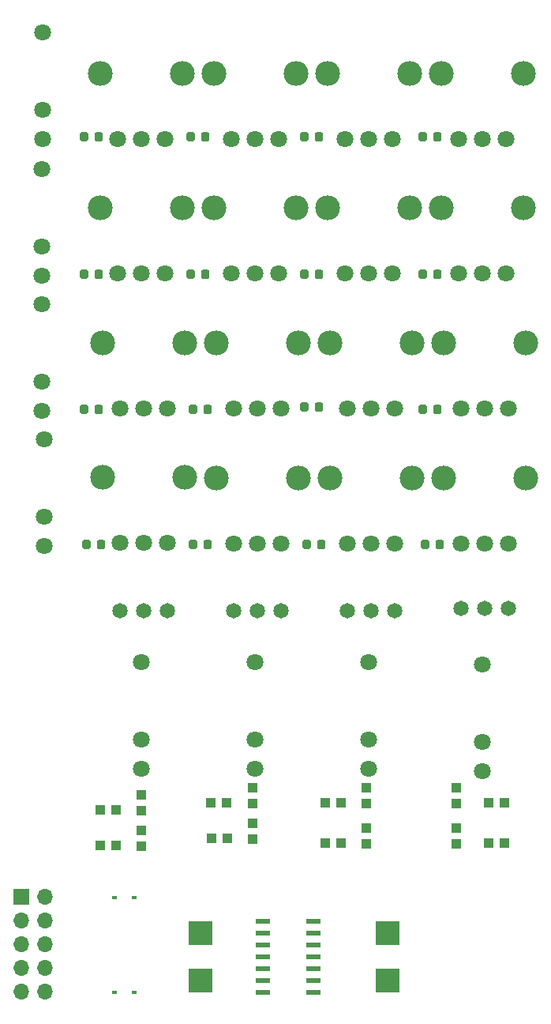
<source format=gbr>
G04 #@! TF.GenerationSoftware,KiCad,Pcbnew,(5.1.2-1)-1*
G04 #@! TF.CreationDate,2019-06-07T14:53:30+02:00*
G04 #@! TF.ProjectId,matrix-mixer-smt,6d617472-6978-42d6-9d69-7865722d736d,rev?*
G04 #@! TF.SameCoordinates,Original*
G04 #@! TF.FileFunction,Soldermask,Top*
G04 #@! TF.FilePolarity,Negative*
%FSLAX46Y46*%
G04 Gerber Fmt 4.6, Leading zero omitted, Abs format (unit mm)*
G04 Created by KiCad (PCBNEW (5.1.2-1)-1) date 2019-06-07 14:53:30*
%MOMM*%
%LPD*%
G04 APERTURE LIST*
%ADD10C,1.800000*%
%ADD11C,1.803400*%
%ADD12C,2.667000*%
%ADD13R,1.700000X1.700000*%
%ADD14O,1.700000X1.700000*%
%ADD15R,2.500000X2.550000*%
%ADD16R,1.500000X0.600000*%
%ADD17C,0.100000*%
%ADD18C,0.875000*%
%ADD19R,1.000000X1.000000*%
%ADD20R,0.600000X0.450000*%
%ADD21C,1.651000*%
G04 APERTURE END LIST*
D10*
X58674000Y-86012000D03*
X58674000Y-97412000D03*
X58674000Y-94312000D03*
D11*
X108712163Y-111660243D03*
X106172163Y-111660243D03*
X103632163Y-111660243D03*
D12*
X101777963Y-104649843D03*
X110566363Y-104649843D03*
X98374363Y-104649843D03*
X89585963Y-104649843D03*
D11*
X91440163Y-111660243D03*
X93980163Y-111660243D03*
X96520163Y-111660243D03*
D12*
X86182363Y-104649843D03*
X77393963Y-104649843D03*
D11*
X79248163Y-111660243D03*
X81788163Y-111660243D03*
X84328163Y-111660243D03*
X72136163Y-111584043D03*
X69596163Y-111584043D03*
X67056163Y-111584043D03*
D12*
X65201963Y-104573643D03*
X73990363Y-104573643D03*
D11*
X108712163Y-97182243D03*
X106172163Y-97182243D03*
X103632163Y-97182243D03*
D12*
X101777963Y-90171843D03*
X110566363Y-90171843D03*
X98374363Y-90171843D03*
X89585963Y-90171843D03*
D11*
X91440163Y-97182243D03*
X93980163Y-97182243D03*
X96520163Y-97182243D03*
D12*
X86182363Y-90171843D03*
X77393963Y-90171843D03*
D11*
X79248163Y-97182243D03*
X81788163Y-97182243D03*
X84328163Y-97182243D03*
X72136163Y-97182243D03*
X69596163Y-97182243D03*
X67056163Y-97182243D03*
D12*
X65201963Y-90171843D03*
X73990363Y-90171843D03*
D11*
X108458163Y-82704243D03*
X105918163Y-82704243D03*
X103378163Y-82704243D03*
D12*
X101523963Y-75693843D03*
X110312363Y-75693843D03*
X98120363Y-75693843D03*
X89331963Y-75693843D03*
D11*
X91186163Y-82704243D03*
X93726163Y-82704243D03*
X96266163Y-82704243D03*
X84074163Y-82704243D03*
X81534163Y-82704243D03*
X78994163Y-82704243D03*
D12*
X77139963Y-75693843D03*
X85928363Y-75693843D03*
X73736363Y-75693843D03*
X64947963Y-75693843D03*
D11*
X66802163Y-82704243D03*
X69342163Y-82704243D03*
X71882163Y-82704243D03*
D12*
X110312363Y-61278414D03*
X101523963Y-61278414D03*
D11*
X103378163Y-68288814D03*
X105918163Y-68288814D03*
X108458163Y-68288814D03*
X96266163Y-68288814D03*
X93726163Y-68288814D03*
X91186163Y-68288814D03*
D12*
X89331963Y-61278414D03*
X98120363Y-61278414D03*
D11*
X84074163Y-68288814D03*
X81534163Y-68288814D03*
X78994163Y-68288814D03*
D12*
X77139963Y-61278414D03*
X85928363Y-61278414D03*
X73736363Y-61278414D03*
X64947963Y-61278414D03*
D11*
X66802163Y-68288814D03*
X69342163Y-68288814D03*
X71882163Y-68288814D03*
D10*
X105918000Y-132920000D03*
X105918000Y-136020000D03*
X105918000Y-124620000D03*
X93726000Y-124366000D03*
X93726000Y-135766000D03*
X93726000Y-132666000D03*
X81534000Y-124366000D03*
X81534000Y-135766000D03*
X81534000Y-132666000D03*
X69342000Y-124366000D03*
X69342000Y-135766000D03*
X69342000Y-132666000D03*
X58928000Y-108790000D03*
X58928000Y-111890000D03*
X58928000Y-100490000D03*
X58674000Y-71534000D03*
X58674000Y-82934000D03*
X58674000Y-79834000D03*
X58748000Y-56890514D03*
X58748000Y-68290514D03*
X58748000Y-65190514D03*
D13*
X56464000Y-149524000D03*
D14*
X59004000Y-149524000D03*
X56464000Y-152064000D03*
X59004000Y-152064000D03*
X56464000Y-154604000D03*
X59004000Y-154604000D03*
X56464000Y-157144000D03*
X59004000Y-157144000D03*
X56464000Y-159684000D03*
X59004000Y-159684000D03*
D15*
X75692000Y-158481000D03*
X75692000Y-153431000D03*
X95758000Y-153431000D03*
X95758000Y-158481000D03*
D16*
X87780000Y-152139000D03*
X87780000Y-153409000D03*
X87780000Y-154679000D03*
X87780000Y-155949000D03*
X87780000Y-157219000D03*
X87780000Y-158489000D03*
X87780000Y-159759000D03*
X82380000Y-159759000D03*
X82380000Y-158489000D03*
X82380000Y-157219000D03*
X82380000Y-155949000D03*
X82380000Y-154679000D03*
X82380000Y-153409000D03*
X82380000Y-152139000D03*
D17*
G36*
X63460691Y-67598053D02*
G01*
X63481926Y-67601203D01*
X63502750Y-67606419D01*
X63522962Y-67613651D01*
X63542368Y-67622830D01*
X63560781Y-67633866D01*
X63578024Y-67646654D01*
X63593930Y-67661070D01*
X63608346Y-67676976D01*
X63621134Y-67694219D01*
X63632170Y-67712632D01*
X63641349Y-67732038D01*
X63648581Y-67752250D01*
X63653797Y-67773074D01*
X63656947Y-67794309D01*
X63658000Y-67815750D01*
X63658000Y-68328250D01*
X63656947Y-68349691D01*
X63653797Y-68370926D01*
X63648581Y-68391750D01*
X63641349Y-68411962D01*
X63632170Y-68431368D01*
X63621134Y-68449781D01*
X63608346Y-68467024D01*
X63593930Y-68482930D01*
X63578024Y-68497346D01*
X63560781Y-68510134D01*
X63542368Y-68521170D01*
X63522962Y-68530349D01*
X63502750Y-68537581D01*
X63481926Y-68542797D01*
X63460691Y-68545947D01*
X63439250Y-68547000D01*
X63001750Y-68547000D01*
X62980309Y-68545947D01*
X62959074Y-68542797D01*
X62938250Y-68537581D01*
X62918038Y-68530349D01*
X62898632Y-68521170D01*
X62880219Y-68510134D01*
X62862976Y-68497346D01*
X62847070Y-68482930D01*
X62832654Y-68467024D01*
X62819866Y-68449781D01*
X62808830Y-68431368D01*
X62799651Y-68411962D01*
X62792419Y-68391750D01*
X62787203Y-68370926D01*
X62784053Y-68349691D01*
X62783000Y-68328250D01*
X62783000Y-67815750D01*
X62784053Y-67794309D01*
X62787203Y-67773074D01*
X62792419Y-67752250D01*
X62799651Y-67732038D01*
X62808830Y-67712632D01*
X62819866Y-67694219D01*
X62832654Y-67676976D01*
X62847070Y-67661070D01*
X62862976Y-67646654D01*
X62880219Y-67633866D01*
X62898632Y-67622830D01*
X62918038Y-67613651D01*
X62938250Y-67606419D01*
X62959074Y-67601203D01*
X62980309Y-67598053D01*
X63001750Y-67597000D01*
X63439250Y-67597000D01*
X63460691Y-67598053D01*
X63460691Y-67598053D01*
G37*
D18*
X63220500Y-68072000D03*
D17*
G36*
X65035691Y-67598053D02*
G01*
X65056926Y-67601203D01*
X65077750Y-67606419D01*
X65097962Y-67613651D01*
X65117368Y-67622830D01*
X65135781Y-67633866D01*
X65153024Y-67646654D01*
X65168930Y-67661070D01*
X65183346Y-67676976D01*
X65196134Y-67694219D01*
X65207170Y-67712632D01*
X65216349Y-67732038D01*
X65223581Y-67752250D01*
X65228797Y-67773074D01*
X65231947Y-67794309D01*
X65233000Y-67815750D01*
X65233000Y-68328250D01*
X65231947Y-68349691D01*
X65228797Y-68370926D01*
X65223581Y-68391750D01*
X65216349Y-68411962D01*
X65207170Y-68431368D01*
X65196134Y-68449781D01*
X65183346Y-68467024D01*
X65168930Y-68482930D01*
X65153024Y-68497346D01*
X65135781Y-68510134D01*
X65117368Y-68521170D01*
X65097962Y-68530349D01*
X65077750Y-68537581D01*
X65056926Y-68542797D01*
X65035691Y-68545947D01*
X65014250Y-68547000D01*
X64576750Y-68547000D01*
X64555309Y-68545947D01*
X64534074Y-68542797D01*
X64513250Y-68537581D01*
X64493038Y-68530349D01*
X64473632Y-68521170D01*
X64455219Y-68510134D01*
X64437976Y-68497346D01*
X64422070Y-68482930D01*
X64407654Y-68467024D01*
X64394866Y-68449781D01*
X64383830Y-68431368D01*
X64374651Y-68411962D01*
X64367419Y-68391750D01*
X64362203Y-68370926D01*
X64359053Y-68349691D01*
X64358000Y-68328250D01*
X64358000Y-67815750D01*
X64359053Y-67794309D01*
X64362203Y-67773074D01*
X64367419Y-67752250D01*
X64374651Y-67732038D01*
X64383830Y-67712632D01*
X64394866Y-67694219D01*
X64407654Y-67676976D01*
X64422070Y-67661070D01*
X64437976Y-67646654D01*
X64455219Y-67633866D01*
X64473632Y-67622830D01*
X64493038Y-67613651D01*
X64513250Y-67606419D01*
X64534074Y-67601203D01*
X64555309Y-67598053D01*
X64576750Y-67597000D01*
X65014250Y-67597000D01*
X65035691Y-67598053D01*
X65035691Y-67598053D01*
G37*
D18*
X64795500Y-68072000D03*
D17*
G36*
X76465691Y-67598053D02*
G01*
X76486926Y-67601203D01*
X76507750Y-67606419D01*
X76527962Y-67613651D01*
X76547368Y-67622830D01*
X76565781Y-67633866D01*
X76583024Y-67646654D01*
X76598930Y-67661070D01*
X76613346Y-67676976D01*
X76626134Y-67694219D01*
X76637170Y-67712632D01*
X76646349Y-67732038D01*
X76653581Y-67752250D01*
X76658797Y-67773074D01*
X76661947Y-67794309D01*
X76663000Y-67815750D01*
X76663000Y-68328250D01*
X76661947Y-68349691D01*
X76658797Y-68370926D01*
X76653581Y-68391750D01*
X76646349Y-68411962D01*
X76637170Y-68431368D01*
X76626134Y-68449781D01*
X76613346Y-68467024D01*
X76598930Y-68482930D01*
X76583024Y-68497346D01*
X76565781Y-68510134D01*
X76547368Y-68521170D01*
X76527962Y-68530349D01*
X76507750Y-68537581D01*
X76486926Y-68542797D01*
X76465691Y-68545947D01*
X76444250Y-68547000D01*
X76006750Y-68547000D01*
X75985309Y-68545947D01*
X75964074Y-68542797D01*
X75943250Y-68537581D01*
X75923038Y-68530349D01*
X75903632Y-68521170D01*
X75885219Y-68510134D01*
X75867976Y-68497346D01*
X75852070Y-68482930D01*
X75837654Y-68467024D01*
X75824866Y-68449781D01*
X75813830Y-68431368D01*
X75804651Y-68411962D01*
X75797419Y-68391750D01*
X75792203Y-68370926D01*
X75789053Y-68349691D01*
X75788000Y-68328250D01*
X75788000Y-67815750D01*
X75789053Y-67794309D01*
X75792203Y-67773074D01*
X75797419Y-67752250D01*
X75804651Y-67732038D01*
X75813830Y-67712632D01*
X75824866Y-67694219D01*
X75837654Y-67676976D01*
X75852070Y-67661070D01*
X75867976Y-67646654D01*
X75885219Y-67633866D01*
X75903632Y-67622830D01*
X75923038Y-67613651D01*
X75943250Y-67606419D01*
X75964074Y-67601203D01*
X75985309Y-67598053D01*
X76006750Y-67597000D01*
X76444250Y-67597000D01*
X76465691Y-67598053D01*
X76465691Y-67598053D01*
G37*
D18*
X76225500Y-68072000D03*
D17*
G36*
X74890691Y-67598053D02*
G01*
X74911926Y-67601203D01*
X74932750Y-67606419D01*
X74952962Y-67613651D01*
X74972368Y-67622830D01*
X74990781Y-67633866D01*
X75008024Y-67646654D01*
X75023930Y-67661070D01*
X75038346Y-67676976D01*
X75051134Y-67694219D01*
X75062170Y-67712632D01*
X75071349Y-67732038D01*
X75078581Y-67752250D01*
X75083797Y-67773074D01*
X75086947Y-67794309D01*
X75088000Y-67815750D01*
X75088000Y-68328250D01*
X75086947Y-68349691D01*
X75083797Y-68370926D01*
X75078581Y-68391750D01*
X75071349Y-68411962D01*
X75062170Y-68431368D01*
X75051134Y-68449781D01*
X75038346Y-68467024D01*
X75023930Y-68482930D01*
X75008024Y-68497346D01*
X74990781Y-68510134D01*
X74972368Y-68521170D01*
X74952962Y-68530349D01*
X74932750Y-68537581D01*
X74911926Y-68542797D01*
X74890691Y-68545947D01*
X74869250Y-68547000D01*
X74431750Y-68547000D01*
X74410309Y-68545947D01*
X74389074Y-68542797D01*
X74368250Y-68537581D01*
X74348038Y-68530349D01*
X74328632Y-68521170D01*
X74310219Y-68510134D01*
X74292976Y-68497346D01*
X74277070Y-68482930D01*
X74262654Y-68467024D01*
X74249866Y-68449781D01*
X74238830Y-68431368D01*
X74229651Y-68411962D01*
X74222419Y-68391750D01*
X74217203Y-68370926D01*
X74214053Y-68349691D01*
X74213000Y-68328250D01*
X74213000Y-67815750D01*
X74214053Y-67794309D01*
X74217203Y-67773074D01*
X74222419Y-67752250D01*
X74229651Y-67732038D01*
X74238830Y-67712632D01*
X74249866Y-67694219D01*
X74262654Y-67676976D01*
X74277070Y-67661070D01*
X74292976Y-67646654D01*
X74310219Y-67633866D01*
X74328632Y-67622830D01*
X74348038Y-67613651D01*
X74368250Y-67606419D01*
X74389074Y-67601203D01*
X74410309Y-67598053D01*
X74431750Y-67597000D01*
X74869250Y-67597000D01*
X74890691Y-67598053D01*
X74890691Y-67598053D01*
G37*
D18*
X74650500Y-68072000D03*
D17*
G36*
X87082691Y-67598053D02*
G01*
X87103926Y-67601203D01*
X87124750Y-67606419D01*
X87144962Y-67613651D01*
X87164368Y-67622830D01*
X87182781Y-67633866D01*
X87200024Y-67646654D01*
X87215930Y-67661070D01*
X87230346Y-67676976D01*
X87243134Y-67694219D01*
X87254170Y-67712632D01*
X87263349Y-67732038D01*
X87270581Y-67752250D01*
X87275797Y-67773074D01*
X87278947Y-67794309D01*
X87280000Y-67815750D01*
X87280000Y-68328250D01*
X87278947Y-68349691D01*
X87275797Y-68370926D01*
X87270581Y-68391750D01*
X87263349Y-68411962D01*
X87254170Y-68431368D01*
X87243134Y-68449781D01*
X87230346Y-68467024D01*
X87215930Y-68482930D01*
X87200024Y-68497346D01*
X87182781Y-68510134D01*
X87164368Y-68521170D01*
X87144962Y-68530349D01*
X87124750Y-68537581D01*
X87103926Y-68542797D01*
X87082691Y-68545947D01*
X87061250Y-68547000D01*
X86623750Y-68547000D01*
X86602309Y-68545947D01*
X86581074Y-68542797D01*
X86560250Y-68537581D01*
X86540038Y-68530349D01*
X86520632Y-68521170D01*
X86502219Y-68510134D01*
X86484976Y-68497346D01*
X86469070Y-68482930D01*
X86454654Y-68467024D01*
X86441866Y-68449781D01*
X86430830Y-68431368D01*
X86421651Y-68411962D01*
X86414419Y-68391750D01*
X86409203Y-68370926D01*
X86406053Y-68349691D01*
X86405000Y-68328250D01*
X86405000Y-67815750D01*
X86406053Y-67794309D01*
X86409203Y-67773074D01*
X86414419Y-67752250D01*
X86421651Y-67732038D01*
X86430830Y-67712632D01*
X86441866Y-67694219D01*
X86454654Y-67676976D01*
X86469070Y-67661070D01*
X86484976Y-67646654D01*
X86502219Y-67633866D01*
X86520632Y-67622830D01*
X86540038Y-67613651D01*
X86560250Y-67606419D01*
X86581074Y-67601203D01*
X86602309Y-67598053D01*
X86623750Y-67597000D01*
X87061250Y-67597000D01*
X87082691Y-67598053D01*
X87082691Y-67598053D01*
G37*
D18*
X86842500Y-68072000D03*
D17*
G36*
X88657691Y-67598053D02*
G01*
X88678926Y-67601203D01*
X88699750Y-67606419D01*
X88719962Y-67613651D01*
X88739368Y-67622830D01*
X88757781Y-67633866D01*
X88775024Y-67646654D01*
X88790930Y-67661070D01*
X88805346Y-67676976D01*
X88818134Y-67694219D01*
X88829170Y-67712632D01*
X88838349Y-67732038D01*
X88845581Y-67752250D01*
X88850797Y-67773074D01*
X88853947Y-67794309D01*
X88855000Y-67815750D01*
X88855000Y-68328250D01*
X88853947Y-68349691D01*
X88850797Y-68370926D01*
X88845581Y-68391750D01*
X88838349Y-68411962D01*
X88829170Y-68431368D01*
X88818134Y-68449781D01*
X88805346Y-68467024D01*
X88790930Y-68482930D01*
X88775024Y-68497346D01*
X88757781Y-68510134D01*
X88739368Y-68521170D01*
X88719962Y-68530349D01*
X88699750Y-68537581D01*
X88678926Y-68542797D01*
X88657691Y-68545947D01*
X88636250Y-68547000D01*
X88198750Y-68547000D01*
X88177309Y-68545947D01*
X88156074Y-68542797D01*
X88135250Y-68537581D01*
X88115038Y-68530349D01*
X88095632Y-68521170D01*
X88077219Y-68510134D01*
X88059976Y-68497346D01*
X88044070Y-68482930D01*
X88029654Y-68467024D01*
X88016866Y-68449781D01*
X88005830Y-68431368D01*
X87996651Y-68411962D01*
X87989419Y-68391750D01*
X87984203Y-68370926D01*
X87981053Y-68349691D01*
X87980000Y-68328250D01*
X87980000Y-67815750D01*
X87981053Y-67794309D01*
X87984203Y-67773074D01*
X87989419Y-67752250D01*
X87996651Y-67732038D01*
X88005830Y-67712632D01*
X88016866Y-67694219D01*
X88029654Y-67676976D01*
X88044070Y-67661070D01*
X88059976Y-67646654D01*
X88077219Y-67633866D01*
X88095632Y-67622830D01*
X88115038Y-67613651D01*
X88135250Y-67606419D01*
X88156074Y-67601203D01*
X88177309Y-67598053D01*
X88198750Y-67597000D01*
X88636250Y-67597000D01*
X88657691Y-67598053D01*
X88657691Y-67598053D01*
G37*
D18*
X88417500Y-68072000D03*
D17*
G36*
X101357691Y-67598053D02*
G01*
X101378926Y-67601203D01*
X101399750Y-67606419D01*
X101419962Y-67613651D01*
X101439368Y-67622830D01*
X101457781Y-67633866D01*
X101475024Y-67646654D01*
X101490930Y-67661070D01*
X101505346Y-67676976D01*
X101518134Y-67694219D01*
X101529170Y-67712632D01*
X101538349Y-67732038D01*
X101545581Y-67752250D01*
X101550797Y-67773074D01*
X101553947Y-67794309D01*
X101555000Y-67815750D01*
X101555000Y-68328250D01*
X101553947Y-68349691D01*
X101550797Y-68370926D01*
X101545581Y-68391750D01*
X101538349Y-68411962D01*
X101529170Y-68431368D01*
X101518134Y-68449781D01*
X101505346Y-68467024D01*
X101490930Y-68482930D01*
X101475024Y-68497346D01*
X101457781Y-68510134D01*
X101439368Y-68521170D01*
X101419962Y-68530349D01*
X101399750Y-68537581D01*
X101378926Y-68542797D01*
X101357691Y-68545947D01*
X101336250Y-68547000D01*
X100898750Y-68547000D01*
X100877309Y-68545947D01*
X100856074Y-68542797D01*
X100835250Y-68537581D01*
X100815038Y-68530349D01*
X100795632Y-68521170D01*
X100777219Y-68510134D01*
X100759976Y-68497346D01*
X100744070Y-68482930D01*
X100729654Y-68467024D01*
X100716866Y-68449781D01*
X100705830Y-68431368D01*
X100696651Y-68411962D01*
X100689419Y-68391750D01*
X100684203Y-68370926D01*
X100681053Y-68349691D01*
X100680000Y-68328250D01*
X100680000Y-67815750D01*
X100681053Y-67794309D01*
X100684203Y-67773074D01*
X100689419Y-67752250D01*
X100696651Y-67732038D01*
X100705830Y-67712632D01*
X100716866Y-67694219D01*
X100729654Y-67676976D01*
X100744070Y-67661070D01*
X100759976Y-67646654D01*
X100777219Y-67633866D01*
X100795632Y-67622830D01*
X100815038Y-67613651D01*
X100835250Y-67606419D01*
X100856074Y-67601203D01*
X100877309Y-67598053D01*
X100898750Y-67597000D01*
X101336250Y-67597000D01*
X101357691Y-67598053D01*
X101357691Y-67598053D01*
G37*
D18*
X101117500Y-68072000D03*
D17*
G36*
X99782691Y-67598053D02*
G01*
X99803926Y-67601203D01*
X99824750Y-67606419D01*
X99844962Y-67613651D01*
X99864368Y-67622830D01*
X99882781Y-67633866D01*
X99900024Y-67646654D01*
X99915930Y-67661070D01*
X99930346Y-67676976D01*
X99943134Y-67694219D01*
X99954170Y-67712632D01*
X99963349Y-67732038D01*
X99970581Y-67752250D01*
X99975797Y-67773074D01*
X99978947Y-67794309D01*
X99980000Y-67815750D01*
X99980000Y-68328250D01*
X99978947Y-68349691D01*
X99975797Y-68370926D01*
X99970581Y-68391750D01*
X99963349Y-68411962D01*
X99954170Y-68431368D01*
X99943134Y-68449781D01*
X99930346Y-68467024D01*
X99915930Y-68482930D01*
X99900024Y-68497346D01*
X99882781Y-68510134D01*
X99864368Y-68521170D01*
X99844962Y-68530349D01*
X99824750Y-68537581D01*
X99803926Y-68542797D01*
X99782691Y-68545947D01*
X99761250Y-68547000D01*
X99323750Y-68547000D01*
X99302309Y-68545947D01*
X99281074Y-68542797D01*
X99260250Y-68537581D01*
X99240038Y-68530349D01*
X99220632Y-68521170D01*
X99202219Y-68510134D01*
X99184976Y-68497346D01*
X99169070Y-68482930D01*
X99154654Y-68467024D01*
X99141866Y-68449781D01*
X99130830Y-68431368D01*
X99121651Y-68411962D01*
X99114419Y-68391750D01*
X99109203Y-68370926D01*
X99106053Y-68349691D01*
X99105000Y-68328250D01*
X99105000Y-67815750D01*
X99106053Y-67794309D01*
X99109203Y-67773074D01*
X99114419Y-67752250D01*
X99121651Y-67732038D01*
X99130830Y-67712632D01*
X99141866Y-67694219D01*
X99154654Y-67676976D01*
X99169070Y-67661070D01*
X99184976Y-67646654D01*
X99202219Y-67633866D01*
X99220632Y-67622830D01*
X99240038Y-67613651D01*
X99260250Y-67606419D01*
X99281074Y-67601203D01*
X99302309Y-67598053D01*
X99323750Y-67597000D01*
X99761250Y-67597000D01*
X99782691Y-67598053D01*
X99782691Y-67598053D01*
G37*
D18*
X99542500Y-68072000D03*
D17*
G36*
X65035691Y-82330053D02*
G01*
X65056926Y-82333203D01*
X65077750Y-82338419D01*
X65097962Y-82345651D01*
X65117368Y-82354830D01*
X65135781Y-82365866D01*
X65153024Y-82378654D01*
X65168930Y-82393070D01*
X65183346Y-82408976D01*
X65196134Y-82426219D01*
X65207170Y-82444632D01*
X65216349Y-82464038D01*
X65223581Y-82484250D01*
X65228797Y-82505074D01*
X65231947Y-82526309D01*
X65233000Y-82547750D01*
X65233000Y-83060250D01*
X65231947Y-83081691D01*
X65228797Y-83102926D01*
X65223581Y-83123750D01*
X65216349Y-83143962D01*
X65207170Y-83163368D01*
X65196134Y-83181781D01*
X65183346Y-83199024D01*
X65168930Y-83214930D01*
X65153024Y-83229346D01*
X65135781Y-83242134D01*
X65117368Y-83253170D01*
X65097962Y-83262349D01*
X65077750Y-83269581D01*
X65056926Y-83274797D01*
X65035691Y-83277947D01*
X65014250Y-83279000D01*
X64576750Y-83279000D01*
X64555309Y-83277947D01*
X64534074Y-83274797D01*
X64513250Y-83269581D01*
X64493038Y-83262349D01*
X64473632Y-83253170D01*
X64455219Y-83242134D01*
X64437976Y-83229346D01*
X64422070Y-83214930D01*
X64407654Y-83199024D01*
X64394866Y-83181781D01*
X64383830Y-83163368D01*
X64374651Y-83143962D01*
X64367419Y-83123750D01*
X64362203Y-83102926D01*
X64359053Y-83081691D01*
X64358000Y-83060250D01*
X64358000Y-82547750D01*
X64359053Y-82526309D01*
X64362203Y-82505074D01*
X64367419Y-82484250D01*
X64374651Y-82464038D01*
X64383830Y-82444632D01*
X64394866Y-82426219D01*
X64407654Y-82408976D01*
X64422070Y-82393070D01*
X64437976Y-82378654D01*
X64455219Y-82365866D01*
X64473632Y-82354830D01*
X64493038Y-82345651D01*
X64513250Y-82338419D01*
X64534074Y-82333203D01*
X64555309Y-82330053D01*
X64576750Y-82329000D01*
X65014250Y-82329000D01*
X65035691Y-82330053D01*
X65035691Y-82330053D01*
G37*
D18*
X64795500Y-82804000D03*
D17*
G36*
X63460691Y-82330053D02*
G01*
X63481926Y-82333203D01*
X63502750Y-82338419D01*
X63522962Y-82345651D01*
X63542368Y-82354830D01*
X63560781Y-82365866D01*
X63578024Y-82378654D01*
X63593930Y-82393070D01*
X63608346Y-82408976D01*
X63621134Y-82426219D01*
X63632170Y-82444632D01*
X63641349Y-82464038D01*
X63648581Y-82484250D01*
X63653797Y-82505074D01*
X63656947Y-82526309D01*
X63658000Y-82547750D01*
X63658000Y-83060250D01*
X63656947Y-83081691D01*
X63653797Y-83102926D01*
X63648581Y-83123750D01*
X63641349Y-83143962D01*
X63632170Y-83163368D01*
X63621134Y-83181781D01*
X63608346Y-83199024D01*
X63593930Y-83214930D01*
X63578024Y-83229346D01*
X63560781Y-83242134D01*
X63542368Y-83253170D01*
X63522962Y-83262349D01*
X63502750Y-83269581D01*
X63481926Y-83274797D01*
X63460691Y-83277947D01*
X63439250Y-83279000D01*
X63001750Y-83279000D01*
X62980309Y-83277947D01*
X62959074Y-83274797D01*
X62938250Y-83269581D01*
X62918038Y-83262349D01*
X62898632Y-83253170D01*
X62880219Y-83242134D01*
X62862976Y-83229346D01*
X62847070Y-83214930D01*
X62832654Y-83199024D01*
X62819866Y-83181781D01*
X62808830Y-83163368D01*
X62799651Y-83143962D01*
X62792419Y-83123750D01*
X62787203Y-83102926D01*
X62784053Y-83081691D01*
X62783000Y-83060250D01*
X62783000Y-82547750D01*
X62784053Y-82526309D01*
X62787203Y-82505074D01*
X62792419Y-82484250D01*
X62799651Y-82464038D01*
X62808830Y-82444632D01*
X62819866Y-82426219D01*
X62832654Y-82408976D01*
X62847070Y-82393070D01*
X62862976Y-82378654D01*
X62880219Y-82365866D01*
X62898632Y-82354830D01*
X62918038Y-82345651D01*
X62938250Y-82338419D01*
X62959074Y-82333203D01*
X62980309Y-82330053D01*
X63001750Y-82329000D01*
X63439250Y-82329000D01*
X63460691Y-82330053D01*
X63460691Y-82330053D01*
G37*
D18*
X63220500Y-82804000D03*
D17*
G36*
X74890691Y-82330053D02*
G01*
X74911926Y-82333203D01*
X74932750Y-82338419D01*
X74952962Y-82345651D01*
X74972368Y-82354830D01*
X74990781Y-82365866D01*
X75008024Y-82378654D01*
X75023930Y-82393070D01*
X75038346Y-82408976D01*
X75051134Y-82426219D01*
X75062170Y-82444632D01*
X75071349Y-82464038D01*
X75078581Y-82484250D01*
X75083797Y-82505074D01*
X75086947Y-82526309D01*
X75088000Y-82547750D01*
X75088000Y-83060250D01*
X75086947Y-83081691D01*
X75083797Y-83102926D01*
X75078581Y-83123750D01*
X75071349Y-83143962D01*
X75062170Y-83163368D01*
X75051134Y-83181781D01*
X75038346Y-83199024D01*
X75023930Y-83214930D01*
X75008024Y-83229346D01*
X74990781Y-83242134D01*
X74972368Y-83253170D01*
X74952962Y-83262349D01*
X74932750Y-83269581D01*
X74911926Y-83274797D01*
X74890691Y-83277947D01*
X74869250Y-83279000D01*
X74431750Y-83279000D01*
X74410309Y-83277947D01*
X74389074Y-83274797D01*
X74368250Y-83269581D01*
X74348038Y-83262349D01*
X74328632Y-83253170D01*
X74310219Y-83242134D01*
X74292976Y-83229346D01*
X74277070Y-83214930D01*
X74262654Y-83199024D01*
X74249866Y-83181781D01*
X74238830Y-83163368D01*
X74229651Y-83143962D01*
X74222419Y-83123750D01*
X74217203Y-83102926D01*
X74214053Y-83081691D01*
X74213000Y-83060250D01*
X74213000Y-82547750D01*
X74214053Y-82526309D01*
X74217203Y-82505074D01*
X74222419Y-82484250D01*
X74229651Y-82464038D01*
X74238830Y-82444632D01*
X74249866Y-82426219D01*
X74262654Y-82408976D01*
X74277070Y-82393070D01*
X74292976Y-82378654D01*
X74310219Y-82365866D01*
X74328632Y-82354830D01*
X74348038Y-82345651D01*
X74368250Y-82338419D01*
X74389074Y-82333203D01*
X74410309Y-82330053D01*
X74431750Y-82329000D01*
X74869250Y-82329000D01*
X74890691Y-82330053D01*
X74890691Y-82330053D01*
G37*
D18*
X74650500Y-82804000D03*
D17*
G36*
X76465691Y-82330053D02*
G01*
X76486926Y-82333203D01*
X76507750Y-82338419D01*
X76527962Y-82345651D01*
X76547368Y-82354830D01*
X76565781Y-82365866D01*
X76583024Y-82378654D01*
X76598930Y-82393070D01*
X76613346Y-82408976D01*
X76626134Y-82426219D01*
X76637170Y-82444632D01*
X76646349Y-82464038D01*
X76653581Y-82484250D01*
X76658797Y-82505074D01*
X76661947Y-82526309D01*
X76663000Y-82547750D01*
X76663000Y-83060250D01*
X76661947Y-83081691D01*
X76658797Y-83102926D01*
X76653581Y-83123750D01*
X76646349Y-83143962D01*
X76637170Y-83163368D01*
X76626134Y-83181781D01*
X76613346Y-83199024D01*
X76598930Y-83214930D01*
X76583024Y-83229346D01*
X76565781Y-83242134D01*
X76547368Y-83253170D01*
X76527962Y-83262349D01*
X76507750Y-83269581D01*
X76486926Y-83274797D01*
X76465691Y-83277947D01*
X76444250Y-83279000D01*
X76006750Y-83279000D01*
X75985309Y-83277947D01*
X75964074Y-83274797D01*
X75943250Y-83269581D01*
X75923038Y-83262349D01*
X75903632Y-83253170D01*
X75885219Y-83242134D01*
X75867976Y-83229346D01*
X75852070Y-83214930D01*
X75837654Y-83199024D01*
X75824866Y-83181781D01*
X75813830Y-83163368D01*
X75804651Y-83143962D01*
X75797419Y-83123750D01*
X75792203Y-83102926D01*
X75789053Y-83081691D01*
X75788000Y-83060250D01*
X75788000Y-82547750D01*
X75789053Y-82526309D01*
X75792203Y-82505074D01*
X75797419Y-82484250D01*
X75804651Y-82464038D01*
X75813830Y-82444632D01*
X75824866Y-82426219D01*
X75837654Y-82408976D01*
X75852070Y-82393070D01*
X75867976Y-82378654D01*
X75885219Y-82365866D01*
X75903632Y-82354830D01*
X75923038Y-82345651D01*
X75943250Y-82338419D01*
X75964074Y-82333203D01*
X75985309Y-82330053D01*
X76006750Y-82329000D01*
X76444250Y-82329000D01*
X76465691Y-82330053D01*
X76465691Y-82330053D01*
G37*
D18*
X76225500Y-82804000D03*
D17*
G36*
X87082691Y-82330053D02*
G01*
X87103926Y-82333203D01*
X87124750Y-82338419D01*
X87144962Y-82345651D01*
X87164368Y-82354830D01*
X87182781Y-82365866D01*
X87200024Y-82378654D01*
X87215930Y-82393070D01*
X87230346Y-82408976D01*
X87243134Y-82426219D01*
X87254170Y-82444632D01*
X87263349Y-82464038D01*
X87270581Y-82484250D01*
X87275797Y-82505074D01*
X87278947Y-82526309D01*
X87280000Y-82547750D01*
X87280000Y-83060250D01*
X87278947Y-83081691D01*
X87275797Y-83102926D01*
X87270581Y-83123750D01*
X87263349Y-83143962D01*
X87254170Y-83163368D01*
X87243134Y-83181781D01*
X87230346Y-83199024D01*
X87215930Y-83214930D01*
X87200024Y-83229346D01*
X87182781Y-83242134D01*
X87164368Y-83253170D01*
X87144962Y-83262349D01*
X87124750Y-83269581D01*
X87103926Y-83274797D01*
X87082691Y-83277947D01*
X87061250Y-83279000D01*
X86623750Y-83279000D01*
X86602309Y-83277947D01*
X86581074Y-83274797D01*
X86560250Y-83269581D01*
X86540038Y-83262349D01*
X86520632Y-83253170D01*
X86502219Y-83242134D01*
X86484976Y-83229346D01*
X86469070Y-83214930D01*
X86454654Y-83199024D01*
X86441866Y-83181781D01*
X86430830Y-83163368D01*
X86421651Y-83143962D01*
X86414419Y-83123750D01*
X86409203Y-83102926D01*
X86406053Y-83081691D01*
X86405000Y-83060250D01*
X86405000Y-82547750D01*
X86406053Y-82526309D01*
X86409203Y-82505074D01*
X86414419Y-82484250D01*
X86421651Y-82464038D01*
X86430830Y-82444632D01*
X86441866Y-82426219D01*
X86454654Y-82408976D01*
X86469070Y-82393070D01*
X86484976Y-82378654D01*
X86502219Y-82365866D01*
X86520632Y-82354830D01*
X86540038Y-82345651D01*
X86560250Y-82338419D01*
X86581074Y-82333203D01*
X86602309Y-82330053D01*
X86623750Y-82329000D01*
X87061250Y-82329000D01*
X87082691Y-82330053D01*
X87082691Y-82330053D01*
G37*
D18*
X86842500Y-82804000D03*
D17*
G36*
X88657691Y-82330053D02*
G01*
X88678926Y-82333203D01*
X88699750Y-82338419D01*
X88719962Y-82345651D01*
X88739368Y-82354830D01*
X88757781Y-82365866D01*
X88775024Y-82378654D01*
X88790930Y-82393070D01*
X88805346Y-82408976D01*
X88818134Y-82426219D01*
X88829170Y-82444632D01*
X88838349Y-82464038D01*
X88845581Y-82484250D01*
X88850797Y-82505074D01*
X88853947Y-82526309D01*
X88855000Y-82547750D01*
X88855000Y-83060250D01*
X88853947Y-83081691D01*
X88850797Y-83102926D01*
X88845581Y-83123750D01*
X88838349Y-83143962D01*
X88829170Y-83163368D01*
X88818134Y-83181781D01*
X88805346Y-83199024D01*
X88790930Y-83214930D01*
X88775024Y-83229346D01*
X88757781Y-83242134D01*
X88739368Y-83253170D01*
X88719962Y-83262349D01*
X88699750Y-83269581D01*
X88678926Y-83274797D01*
X88657691Y-83277947D01*
X88636250Y-83279000D01*
X88198750Y-83279000D01*
X88177309Y-83277947D01*
X88156074Y-83274797D01*
X88135250Y-83269581D01*
X88115038Y-83262349D01*
X88095632Y-83253170D01*
X88077219Y-83242134D01*
X88059976Y-83229346D01*
X88044070Y-83214930D01*
X88029654Y-83199024D01*
X88016866Y-83181781D01*
X88005830Y-83163368D01*
X87996651Y-83143962D01*
X87989419Y-83123750D01*
X87984203Y-83102926D01*
X87981053Y-83081691D01*
X87980000Y-83060250D01*
X87980000Y-82547750D01*
X87981053Y-82526309D01*
X87984203Y-82505074D01*
X87989419Y-82484250D01*
X87996651Y-82464038D01*
X88005830Y-82444632D01*
X88016866Y-82426219D01*
X88029654Y-82408976D01*
X88044070Y-82393070D01*
X88059976Y-82378654D01*
X88077219Y-82365866D01*
X88095632Y-82354830D01*
X88115038Y-82345651D01*
X88135250Y-82338419D01*
X88156074Y-82333203D01*
X88177309Y-82330053D01*
X88198750Y-82329000D01*
X88636250Y-82329000D01*
X88657691Y-82330053D01*
X88657691Y-82330053D01*
G37*
D18*
X88417500Y-82804000D03*
D17*
G36*
X101357691Y-82330053D02*
G01*
X101378926Y-82333203D01*
X101399750Y-82338419D01*
X101419962Y-82345651D01*
X101439368Y-82354830D01*
X101457781Y-82365866D01*
X101475024Y-82378654D01*
X101490930Y-82393070D01*
X101505346Y-82408976D01*
X101518134Y-82426219D01*
X101529170Y-82444632D01*
X101538349Y-82464038D01*
X101545581Y-82484250D01*
X101550797Y-82505074D01*
X101553947Y-82526309D01*
X101555000Y-82547750D01*
X101555000Y-83060250D01*
X101553947Y-83081691D01*
X101550797Y-83102926D01*
X101545581Y-83123750D01*
X101538349Y-83143962D01*
X101529170Y-83163368D01*
X101518134Y-83181781D01*
X101505346Y-83199024D01*
X101490930Y-83214930D01*
X101475024Y-83229346D01*
X101457781Y-83242134D01*
X101439368Y-83253170D01*
X101419962Y-83262349D01*
X101399750Y-83269581D01*
X101378926Y-83274797D01*
X101357691Y-83277947D01*
X101336250Y-83279000D01*
X100898750Y-83279000D01*
X100877309Y-83277947D01*
X100856074Y-83274797D01*
X100835250Y-83269581D01*
X100815038Y-83262349D01*
X100795632Y-83253170D01*
X100777219Y-83242134D01*
X100759976Y-83229346D01*
X100744070Y-83214930D01*
X100729654Y-83199024D01*
X100716866Y-83181781D01*
X100705830Y-83163368D01*
X100696651Y-83143962D01*
X100689419Y-83123750D01*
X100684203Y-83102926D01*
X100681053Y-83081691D01*
X100680000Y-83060250D01*
X100680000Y-82547750D01*
X100681053Y-82526309D01*
X100684203Y-82505074D01*
X100689419Y-82484250D01*
X100696651Y-82464038D01*
X100705830Y-82444632D01*
X100716866Y-82426219D01*
X100729654Y-82408976D01*
X100744070Y-82393070D01*
X100759976Y-82378654D01*
X100777219Y-82365866D01*
X100795632Y-82354830D01*
X100815038Y-82345651D01*
X100835250Y-82338419D01*
X100856074Y-82333203D01*
X100877309Y-82330053D01*
X100898750Y-82329000D01*
X101336250Y-82329000D01*
X101357691Y-82330053D01*
X101357691Y-82330053D01*
G37*
D18*
X101117500Y-82804000D03*
D17*
G36*
X99782691Y-82330053D02*
G01*
X99803926Y-82333203D01*
X99824750Y-82338419D01*
X99844962Y-82345651D01*
X99864368Y-82354830D01*
X99882781Y-82365866D01*
X99900024Y-82378654D01*
X99915930Y-82393070D01*
X99930346Y-82408976D01*
X99943134Y-82426219D01*
X99954170Y-82444632D01*
X99963349Y-82464038D01*
X99970581Y-82484250D01*
X99975797Y-82505074D01*
X99978947Y-82526309D01*
X99980000Y-82547750D01*
X99980000Y-83060250D01*
X99978947Y-83081691D01*
X99975797Y-83102926D01*
X99970581Y-83123750D01*
X99963349Y-83143962D01*
X99954170Y-83163368D01*
X99943134Y-83181781D01*
X99930346Y-83199024D01*
X99915930Y-83214930D01*
X99900024Y-83229346D01*
X99882781Y-83242134D01*
X99864368Y-83253170D01*
X99844962Y-83262349D01*
X99824750Y-83269581D01*
X99803926Y-83274797D01*
X99782691Y-83277947D01*
X99761250Y-83279000D01*
X99323750Y-83279000D01*
X99302309Y-83277947D01*
X99281074Y-83274797D01*
X99260250Y-83269581D01*
X99240038Y-83262349D01*
X99220632Y-83253170D01*
X99202219Y-83242134D01*
X99184976Y-83229346D01*
X99169070Y-83214930D01*
X99154654Y-83199024D01*
X99141866Y-83181781D01*
X99130830Y-83163368D01*
X99121651Y-83143962D01*
X99114419Y-83123750D01*
X99109203Y-83102926D01*
X99106053Y-83081691D01*
X99105000Y-83060250D01*
X99105000Y-82547750D01*
X99106053Y-82526309D01*
X99109203Y-82505074D01*
X99114419Y-82484250D01*
X99121651Y-82464038D01*
X99130830Y-82444632D01*
X99141866Y-82426219D01*
X99154654Y-82408976D01*
X99169070Y-82393070D01*
X99184976Y-82378654D01*
X99202219Y-82365866D01*
X99220632Y-82354830D01*
X99240038Y-82345651D01*
X99260250Y-82338419D01*
X99281074Y-82333203D01*
X99302309Y-82330053D01*
X99323750Y-82329000D01*
X99761250Y-82329000D01*
X99782691Y-82330053D01*
X99782691Y-82330053D01*
G37*
D18*
X99542500Y-82804000D03*
D17*
G36*
X63460691Y-96808053D02*
G01*
X63481926Y-96811203D01*
X63502750Y-96816419D01*
X63522962Y-96823651D01*
X63542368Y-96832830D01*
X63560781Y-96843866D01*
X63578024Y-96856654D01*
X63593930Y-96871070D01*
X63608346Y-96886976D01*
X63621134Y-96904219D01*
X63632170Y-96922632D01*
X63641349Y-96942038D01*
X63648581Y-96962250D01*
X63653797Y-96983074D01*
X63656947Y-97004309D01*
X63658000Y-97025750D01*
X63658000Y-97538250D01*
X63656947Y-97559691D01*
X63653797Y-97580926D01*
X63648581Y-97601750D01*
X63641349Y-97621962D01*
X63632170Y-97641368D01*
X63621134Y-97659781D01*
X63608346Y-97677024D01*
X63593930Y-97692930D01*
X63578024Y-97707346D01*
X63560781Y-97720134D01*
X63542368Y-97731170D01*
X63522962Y-97740349D01*
X63502750Y-97747581D01*
X63481926Y-97752797D01*
X63460691Y-97755947D01*
X63439250Y-97757000D01*
X63001750Y-97757000D01*
X62980309Y-97755947D01*
X62959074Y-97752797D01*
X62938250Y-97747581D01*
X62918038Y-97740349D01*
X62898632Y-97731170D01*
X62880219Y-97720134D01*
X62862976Y-97707346D01*
X62847070Y-97692930D01*
X62832654Y-97677024D01*
X62819866Y-97659781D01*
X62808830Y-97641368D01*
X62799651Y-97621962D01*
X62792419Y-97601750D01*
X62787203Y-97580926D01*
X62784053Y-97559691D01*
X62783000Y-97538250D01*
X62783000Y-97025750D01*
X62784053Y-97004309D01*
X62787203Y-96983074D01*
X62792419Y-96962250D01*
X62799651Y-96942038D01*
X62808830Y-96922632D01*
X62819866Y-96904219D01*
X62832654Y-96886976D01*
X62847070Y-96871070D01*
X62862976Y-96856654D01*
X62880219Y-96843866D01*
X62898632Y-96832830D01*
X62918038Y-96823651D01*
X62938250Y-96816419D01*
X62959074Y-96811203D01*
X62980309Y-96808053D01*
X63001750Y-96807000D01*
X63439250Y-96807000D01*
X63460691Y-96808053D01*
X63460691Y-96808053D01*
G37*
D18*
X63220500Y-97282000D03*
D17*
G36*
X65035691Y-96808053D02*
G01*
X65056926Y-96811203D01*
X65077750Y-96816419D01*
X65097962Y-96823651D01*
X65117368Y-96832830D01*
X65135781Y-96843866D01*
X65153024Y-96856654D01*
X65168930Y-96871070D01*
X65183346Y-96886976D01*
X65196134Y-96904219D01*
X65207170Y-96922632D01*
X65216349Y-96942038D01*
X65223581Y-96962250D01*
X65228797Y-96983074D01*
X65231947Y-97004309D01*
X65233000Y-97025750D01*
X65233000Y-97538250D01*
X65231947Y-97559691D01*
X65228797Y-97580926D01*
X65223581Y-97601750D01*
X65216349Y-97621962D01*
X65207170Y-97641368D01*
X65196134Y-97659781D01*
X65183346Y-97677024D01*
X65168930Y-97692930D01*
X65153024Y-97707346D01*
X65135781Y-97720134D01*
X65117368Y-97731170D01*
X65097962Y-97740349D01*
X65077750Y-97747581D01*
X65056926Y-97752797D01*
X65035691Y-97755947D01*
X65014250Y-97757000D01*
X64576750Y-97757000D01*
X64555309Y-97755947D01*
X64534074Y-97752797D01*
X64513250Y-97747581D01*
X64493038Y-97740349D01*
X64473632Y-97731170D01*
X64455219Y-97720134D01*
X64437976Y-97707346D01*
X64422070Y-97692930D01*
X64407654Y-97677024D01*
X64394866Y-97659781D01*
X64383830Y-97641368D01*
X64374651Y-97621962D01*
X64367419Y-97601750D01*
X64362203Y-97580926D01*
X64359053Y-97559691D01*
X64358000Y-97538250D01*
X64358000Y-97025750D01*
X64359053Y-97004309D01*
X64362203Y-96983074D01*
X64367419Y-96962250D01*
X64374651Y-96942038D01*
X64383830Y-96922632D01*
X64394866Y-96904219D01*
X64407654Y-96886976D01*
X64422070Y-96871070D01*
X64437976Y-96856654D01*
X64455219Y-96843866D01*
X64473632Y-96832830D01*
X64493038Y-96823651D01*
X64513250Y-96816419D01*
X64534074Y-96811203D01*
X64555309Y-96808053D01*
X64576750Y-96807000D01*
X65014250Y-96807000D01*
X65035691Y-96808053D01*
X65035691Y-96808053D01*
G37*
D18*
X64795500Y-97282000D03*
D17*
G36*
X76719691Y-96808053D02*
G01*
X76740926Y-96811203D01*
X76761750Y-96816419D01*
X76781962Y-96823651D01*
X76801368Y-96832830D01*
X76819781Y-96843866D01*
X76837024Y-96856654D01*
X76852930Y-96871070D01*
X76867346Y-96886976D01*
X76880134Y-96904219D01*
X76891170Y-96922632D01*
X76900349Y-96942038D01*
X76907581Y-96962250D01*
X76912797Y-96983074D01*
X76915947Y-97004309D01*
X76917000Y-97025750D01*
X76917000Y-97538250D01*
X76915947Y-97559691D01*
X76912797Y-97580926D01*
X76907581Y-97601750D01*
X76900349Y-97621962D01*
X76891170Y-97641368D01*
X76880134Y-97659781D01*
X76867346Y-97677024D01*
X76852930Y-97692930D01*
X76837024Y-97707346D01*
X76819781Y-97720134D01*
X76801368Y-97731170D01*
X76781962Y-97740349D01*
X76761750Y-97747581D01*
X76740926Y-97752797D01*
X76719691Y-97755947D01*
X76698250Y-97757000D01*
X76260750Y-97757000D01*
X76239309Y-97755947D01*
X76218074Y-97752797D01*
X76197250Y-97747581D01*
X76177038Y-97740349D01*
X76157632Y-97731170D01*
X76139219Y-97720134D01*
X76121976Y-97707346D01*
X76106070Y-97692930D01*
X76091654Y-97677024D01*
X76078866Y-97659781D01*
X76067830Y-97641368D01*
X76058651Y-97621962D01*
X76051419Y-97601750D01*
X76046203Y-97580926D01*
X76043053Y-97559691D01*
X76042000Y-97538250D01*
X76042000Y-97025750D01*
X76043053Y-97004309D01*
X76046203Y-96983074D01*
X76051419Y-96962250D01*
X76058651Y-96942038D01*
X76067830Y-96922632D01*
X76078866Y-96904219D01*
X76091654Y-96886976D01*
X76106070Y-96871070D01*
X76121976Y-96856654D01*
X76139219Y-96843866D01*
X76157632Y-96832830D01*
X76177038Y-96823651D01*
X76197250Y-96816419D01*
X76218074Y-96811203D01*
X76239309Y-96808053D01*
X76260750Y-96807000D01*
X76698250Y-96807000D01*
X76719691Y-96808053D01*
X76719691Y-96808053D01*
G37*
D18*
X76479500Y-97282000D03*
D17*
G36*
X75144691Y-96808053D02*
G01*
X75165926Y-96811203D01*
X75186750Y-96816419D01*
X75206962Y-96823651D01*
X75226368Y-96832830D01*
X75244781Y-96843866D01*
X75262024Y-96856654D01*
X75277930Y-96871070D01*
X75292346Y-96886976D01*
X75305134Y-96904219D01*
X75316170Y-96922632D01*
X75325349Y-96942038D01*
X75332581Y-96962250D01*
X75337797Y-96983074D01*
X75340947Y-97004309D01*
X75342000Y-97025750D01*
X75342000Y-97538250D01*
X75340947Y-97559691D01*
X75337797Y-97580926D01*
X75332581Y-97601750D01*
X75325349Y-97621962D01*
X75316170Y-97641368D01*
X75305134Y-97659781D01*
X75292346Y-97677024D01*
X75277930Y-97692930D01*
X75262024Y-97707346D01*
X75244781Y-97720134D01*
X75226368Y-97731170D01*
X75206962Y-97740349D01*
X75186750Y-97747581D01*
X75165926Y-97752797D01*
X75144691Y-97755947D01*
X75123250Y-97757000D01*
X74685750Y-97757000D01*
X74664309Y-97755947D01*
X74643074Y-97752797D01*
X74622250Y-97747581D01*
X74602038Y-97740349D01*
X74582632Y-97731170D01*
X74564219Y-97720134D01*
X74546976Y-97707346D01*
X74531070Y-97692930D01*
X74516654Y-97677024D01*
X74503866Y-97659781D01*
X74492830Y-97641368D01*
X74483651Y-97621962D01*
X74476419Y-97601750D01*
X74471203Y-97580926D01*
X74468053Y-97559691D01*
X74467000Y-97538250D01*
X74467000Y-97025750D01*
X74468053Y-97004309D01*
X74471203Y-96983074D01*
X74476419Y-96962250D01*
X74483651Y-96942038D01*
X74492830Y-96922632D01*
X74503866Y-96904219D01*
X74516654Y-96886976D01*
X74531070Y-96871070D01*
X74546976Y-96856654D01*
X74564219Y-96843866D01*
X74582632Y-96832830D01*
X74602038Y-96823651D01*
X74622250Y-96816419D01*
X74643074Y-96811203D01*
X74664309Y-96808053D01*
X74685750Y-96807000D01*
X75123250Y-96807000D01*
X75144691Y-96808053D01*
X75144691Y-96808053D01*
G37*
D18*
X74904500Y-97282000D03*
D17*
G36*
X88657691Y-96554053D02*
G01*
X88678926Y-96557203D01*
X88699750Y-96562419D01*
X88719962Y-96569651D01*
X88739368Y-96578830D01*
X88757781Y-96589866D01*
X88775024Y-96602654D01*
X88790930Y-96617070D01*
X88805346Y-96632976D01*
X88818134Y-96650219D01*
X88829170Y-96668632D01*
X88838349Y-96688038D01*
X88845581Y-96708250D01*
X88850797Y-96729074D01*
X88853947Y-96750309D01*
X88855000Y-96771750D01*
X88855000Y-97284250D01*
X88853947Y-97305691D01*
X88850797Y-97326926D01*
X88845581Y-97347750D01*
X88838349Y-97367962D01*
X88829170Y-97387368D01*
X88818134Y-97405781D01*
X88805346Y-97423024D01*
X88790930Y-97438930D01*
X88775024Y-97453346D01*
X88757781Y-97466134D01*
X88739368Y-97477170D01*
X88719962Y-97486349D01*
X88699750Y-97493581D01*
X88678926Y-97498797D01*
X88657691Y-97501947D01*
X88636250Y-97503000D01*
X88198750Y-97503000D01*
X88177309Y-97501947D01*
X88156074Y-97498797D01*
X88135250Y-97493581D01*
X88115038Y-97486349D01*
X88095632Y-97477170D01*
X88077219Y-97466134D01*
X88059976Y-97453346D01*
X88044070Y-97438930D01*
X88029654Y-97423024D01*
X88016866Y-97405781D01*
X88005830Y-97387368D01*
X87996651Y-97367962D01*
X87989419Y-97347750D01*
X87984203Y-97326926D01*
X87981053Y-97305691D01*
X87980000Y-97284250D01*
X87980000Y-96771750D01*
X87981053Y-96750309D01*
X87984203Y-96729074D01*
X87989419Y-96708250D01*
X87996651Y-96688038D01*
X88005830Y-96668632D01*
X88016866Y-96650219D01*
X88029654Y-96632976D01*
X88044070Y-96617070D01*
X88059976Y-96602654D01*
X88077219Y-96589866D01*
X88095632Y-96578830D01*
X88115038Y-96569651D01*
X88135250Y-96562419D01*
X88156074Y-96557203D01*
X88177309Y-96554053D01*
X88198750Y-96553000D01*
X88636250Y-96553000D01*
X88657691Y-96554053D01*
X88657691Y-96554053D01*
G37*
D18*
X88417500Y-97028000D03*
D17*
G36*
X87082691Y-96554053D02*
G01*
X87103926Y-96557203D01*
X87124750Y-96562419D01*
X87144962Y-96569651D01*
X87164368Y-96578830D01*
X87182781Y-96589866D01*
X87200024Y-96602654D01*
X87215930Y-96617070D01*
X87230346Y-96632976D01*
X87243134Y-96650219D01*
X87254170Y-96668632D01*
X87263349Y-96688038D01*
X87270581Y-96708250D01*
X87275797Y-96729074D01*
X87278947Y-96750309D01*
X87280000Y-96771750D01*
X87280000Y-97284250D01*
X87278947Y-97305691D01*
X87275797Y-97326926D01*
X87270581Y-97347750D01*
X87263349Y-97367962D01*
X87254170Y-97387368D01*
X87243134Y-97405781D01*
X87230346Y-97423024D01*
X87215930Y-97438930D01*
X87200024Y-97453346D01*
X87182781Y-97466134D01*
X87164368Y-97477170D01*
X87144962Y-97486349D01*
X87124750Y-97493581D01*
X87103926Y-97498797D01*
X87082691Y-97501947D01*
X87061250Y-97503000D01*
X86623750Y-97503000D01*
X86602309Y-97501947D01*
X86581074Y-97498797D01*
X86560250Y-97493581D01*
X86540038Y-97486349D01*
X86520632Y-97477170D01*
X86502219Y-97466134D01*
X86484976Y-97453346D01*
X86469070Y-97438930D01*
X86454654Y-97423024D01*
X86441866Y-97405781D01*
X86430830Y-97387368D01*
X86421651Y-97367962D01*
X86414419Y-97347750D01*
X86409203Y-97326926D01*
X86406053Y-97305691D01*
X86405000Y-97284250D01*
X86405000Y-96771750D01*
X86406053Y-96750309D01*
X86409203Y-96729074D01*
X86414419Y-96708250D01*
X86421651Y-96688038D01*
X86430830Y-96668632D01*
X86441866Y-96650219D01*
X86454654Y-96632976D01*
X86469070Y-96617070D01*
X86484976Y-96602654D01*
X86502219Y-96589866D01*
X86520632Y-96578830D01*
X86540038Y-96569651D01*
X86560250Y-96562419D01*
X86581074Y-96557203D01*
X86602309Y-96554053D01*
X86623750Y-96553000D01*
X87061250Y-96553000D01*
X87082691Y-96554053D01*
X87082691Y-96554053D01*
G37*
D18*
X86842500Y-97028000D03*
D17*
G36*
X99782691Y-96808053D02*
G01*
X99803926Y-96811203D01*
X99824750Y-96816419D01*
X99844962Y-96823651D01*
X99864368Y-96832830D01*
X99882781Y-96843866D01*
X99900024Y-96856654D01*
X99915930Y-96871070D01*
X99930346Y-96886976D01*
X99943134Y-96904219D01*
X99954170Y-96922632D01*
X99963349Y-96942038D01*
X99970581Y-96962250D01*
X99975797Y-96983074D01*
X99978947Y-97004309D01*
X99980000Y-97025750D01*
X99980000Y-97538250D01*
X99978947Y-97559691D01*
X99975797Y-97580926D01*
X99970581Y-97601750D01*
X99963349Y-97621962D01*
X99954170Y-97641368D01*
X99943134Y-97659781D01*
X99930346Y-97677024D01*
X99915930Y-97692930D01*
X99900024Y-97707346D01*
X99882781Y-97720134D01*
X99864368Y-97731170D01*
X99844962Y-97740349D01*
X99824750Y-97747581D01*
X99803926Y-97752797D01*
X99782691Y-97755947D01*
X99761250Y-97757000D01*
X99323750Y-97757000D01*
X99302309Y-97755947D01*
X99281074Y-97752797D01*
X99260250Y-97747581D01*
X99240038Y-97740349D01*
X99220632Y-97731170D01*
X99202219Y-97720134D01*
X99184976Y-97707346D01*
X99169070Y-97692930D01*
X99154654Y-97677024D01*
X99141866Y-97659781D01*
X99130830Y-97641368D01*
X99121651Y-97621962D01*
X99114419Y-97601750D01*
X99109203Y-97580926D01*
X99106053Y-97559691D01*
X99105000Y-97538250D01*
X99105000Y-97025750D01*
X99106053Y-97004309D01*
X99109203Y-96983074D01*
X99114419Y-96962250D01*
X99121651Y-96942038D01*
X99130830Y-96922632D01*
X99141866Y-96904219D01*
X99154654Y-96886976D01*
X99169070Y-96871070D01*
X99184976Y-96856654D01*
X99202219Y-96843866D01*
X99220632Y-96832830D01*
X99240038Y-96823651D01*
X99260250Y-96816419D01*
X99281074Y-96811203D01*
X99302309Y-96808053D01*
X99323750Y-96807000D01*
X99761250Y-96807000D01*
X99782691Y-96808053D01*
X99782691Y-96808053D01*
G37*
D18*
X99542500Y-97282000D03*
D17*
G36*
X101357691Y-96808053D02*
G01*
X101378926Y-96811203D01*
X101399750Y-96816419D01*
X101419962Y-96823651D01*
X101439368Y-96832830D01*
X101457781Y-96843866D01*
X101475024Y-96856654D01*
X101490930Y-96871070D01*
X101505346Y-96886976D01*
X101518134Y-96904219D01*
X101529170Y-96922632D01*
X101538349Y-96942038D01*
X101545581Y-96962250D01*
X101550797Y-96983074D01*
X101553947Y-97004309D01*
X101555000Y-97025750D01*
X101555000Y-97538250D01*
X101553947Y-97559691D01*
X101550797Y-97580926D01*
X101545581Y-97601750D01*
X101538349Y-97621962D01*
X101529170Y-97641368D01*
X101518134Y-97659781D01*
X101505346Y-97677024D01*
X101490930Y-97692930D01*
X101475024Y-97707346D01*
X101457781Y-97720134D01*
X101439368Y-97731170D01*
X101419962Y-97740349D01*
X101399750Y-97747581D01*
X101378926Y-97752797D01*
X101357691Y-97755947D01*
X101336250Y-97757000D01*
X100898750Y-97757000D01*
X100877309Y-97755947D01*
X100856074Y-97752797D01*
X100835250Y-97747581D01*
X100815038Y-97740349D01*
X100795632Y-97731170D01*
X100777219Y-97720134D01*
X100759976Y-97707346D01*
X100744070Y-97692930D01*
X100729654Y-97677024D01*
X100716866Y-97659781D01*
X100705830Y-97641368D01*
X100696651Y-97621962D01*
X100689419Y-97601750D01*
X100684203Y-97580926D01*
X100681053Y-97559691D01*
X100680000Y-97538250D01*
X100680000Y-97025750D01*
X100681053Y-97004309D01*
X100684203Y-96983074D01*
X100689419Y-96962250D01*
X100696651Y-96942038D01*
X100705830Y-96922632D01*
X100716866Y-96904219D01*
X100729654Y-96886976D01*
X100744070Y-96871070D01*
X100759976Y-96856654D01*
X100777219Y-96843866D01*
X100795632Y-96832830D01*
X100815038Y-96823651D01*
X100835250Y-96816419D01*
X100856074Y-96811203D01*
X100877309Y-96808053D01*
X100898750Y-96807000D01*
X101336250Y-96807000D01*
X101357691Y-96808053D01*
X101357691Y-96808053D01*
G37*
D18*
X101117500Y-97282000D03*
D17*
G36*
X63714691Y-111286053D02*
G01*
X63735926Y-111289203D01*
X63756750Y-111294419D01*
X63776962Y-111301651D01*
X63796368Y-111310830D01*
X63814781Y-111321866D01*
X63832024Y-111334654D01*
X63847930Y-111349070D01*
X63862346Y-111364976D01*
X63875134Y-111382219D01*
X63886170Y-111400632D01*
X63895349Y-111420038D01*
X63902581Y-111440250D01*
X63907797Y-111461074D01*
X63910947Y-111482309D01*
X63912000Y-111503750D01*
X63912000Y-112016250D01*
X63910947Y-112037691D01*
X63907797Y-112058926D01*
X63902581Y-112079750D01*
X63895349Y-112099962D01*
X63886170Y-112119368D01*
X63875134Y-112137781D01*
X63862346Y-112155024D01*
X63847930Y-112170930D01*
X63832024Y-112185346D01*
X63814781Y-112198134D01*
X63796368Y-112209170D01*
X63776962Y-112218349D01*
X63756750Y-112225581D01*
X63735926Y-112230797D01*
X63714691Y-112233947D01*
X63693250Y-112235000D01*
X63255750Y-112235000D01*
X63234309Y-112233947D01*
X63213074Y-112230797D01*
X63192250Y-112225581D01*
X63172038Y-112218349D01*
X63152632Y-112209170D01*
X63134219Y-112198134D01*
X63116976Y-112185346D01*
X63101070Y-112170930D01*
X63086654Y-112155024D01*
X63073866Y-112137781D01*
X63062830Y-112119368D01*
X63053651Y-112099962D01*
X63046419Y-112079750D01*
X63041203Y-112058926D01*
X63038053Y-112037691D01*
X63037000Y-112016250D01*
X63037000Y-111503750D01*
X63038053Y-111482309D01*
X63041203Y-111461074D01*
X63046419Y-111440250D01*
X63053651Y-111420038D01*
X63062830Y-111400632D01*
X63073866Y-111382219D01*
X63086654Y-111364976D01*
X63101070Y-111349070D01*
X63116976Y-111334654D01*
X63134219Y-111321866D01*
X63152632Y-111310830D01*
X63172038Y-111301651D01*
X63192250Y-111294419D01*
X63213074Y-111289203D01*
X63234309Y-111286053D01*
X63255750Y-111285000D01*
X63693250Y-111285000D01*
X63714691Y-111286053D01*
X63714691Y-111286053D01*
G37*
D18*
X63474500Y-111760000D03*
D17*
G36*
X65289691Y-111286053D02*
G01*
X65310926Y-111289203D01*
X65331750Y-111294419D01*
X65351962Y-111301651D01*
X65371368Y-111310830D01*
X65389781Y-111321866D01*
X65407024Y-111334654D01*
X65422930Y-111349070D01*
X65437346Y-111364976D01*
X65450134Y-111382219D01*
X65461170Y-111400632D01*
X65470349Y-111420038D01*
X65477581Y-111440250D01*
X65482797Y-111461074D01*
X65485947Y-111482309D01*
X65487000Y-111503750D01*
X65487000Y-112016250D01*
X65485947Y-112037691D01*
X65482797Y-112058926D01*
X65477581Y-112079750D01*
X65470349Y-112099962D01*
X65461170Y-112119368D01*
X65450134Y-112137781D01*
X65437346Y-112155024D01*
X65422930Y-112170930D01*
X65407024Y-112185346D01*
X65389781Y-112198134D01*
X65371368Y-112209170D01*
X65351962Y-112218349D01*
X65331750Y-112225581D01*
X65310926Y-112230797D01*
X65289691Y-112233947D01*
X65268250Y-112235000D01*
X64830750Y-112235000D01*
X64809309Y-112233947D01*
X64788074Y-112230797D01*
X64767250Y-112225581D01*
X64747038Y-112218349D01*
X64727632Y-112209170D01*
X64709219Y-112198134D01*
X64691976Y-112185346D01*
X64676070Y-112170930D01*
X64661654Y-112155024D01*
X64648866Y-112137781D01*
X64637830Y-112119368D01*
X64628651Y-112099962D01*
X64621419Y-112079750D01*
X64616203Y-112058926D01*
X64613053Y-112037691D01*
X64612000Y-112016250D01*
X64612000Y-111503750D01*
X64613053Y-111482309D01*
X64616203Y-111461074D01*
X64621419Y-111440250D01*
X64628651Y-111420038D01*
X64637830Y-111400632D01*
X64648866Y-111382219D01*
X64661654Y-111364976D01*
X64676070Y-111349070D01*
X64691976Y-111334654D01*
X64709219Y-111321866D01*
X64727632Y-111310830D01*
X64747038Y-111301651D01*
X64767250Y-111294419D01*
X64788074Y-111289203D01*
X64809309Y-111286053D01*
X64830750Y-111285000D01*
X65268250Y-111285000D01*
X65289691Y-111286053D01*
X65289691Y-111286053D01*
G37*
D18*
X65049500Y-111760000D03*
D17*
G36*
X76719691Y-111286053D02*
G01*
X76740926Y-111289203D01*
X76761750Y-111294419D01*
X76781962Y-111301651D01*
X76801368Y-111310830D01*
X76819781Y-111321866D01*
X76837024Y-111334654D01*
X76852930Y-111349070D01*
X76867346Y-111364976D01*
X76880134Y-111382219D01*
X76891170Y-111400632D01*
X76900349Y-111420038D01*
X76907581Y-111440250D01*
X76912797Y-111461074D01*
X76915947Y-111482309D01*
X76917000Y-111503750D01*
X76917000Y-112016250D01*
X76915947Y-112037691D01*
X76912797Y-112058926D01*
X76907581Y-112079750D01*
X76900349Y-112099962D01*
X76891170Y-112119368D01*
X76880134Y-112137781D01*
X76867346Y-112155024D01*
X76852930Y-112170930D01*
X76837024Y-112185346D01*
X76819781Y-112198134D01*
X76801368Y-112209170D01*
X76781962Y-112218349D01*
X76761750Y-112225581D01*
X76740926Y-112230797D01*
X76719691Y-112233947D01*
X76698250Y-112235000D01*
X76260750Y-112235000D01*
X76239309Y-112233947D01*
X76218074Y-112230797D01*
X76197250Y-112225581D01*
X76177038Y-112218349D01*
X76157632Y-112209170D01*
X76139219Y-112198134D01*
X76121976Y-112185346D01*
X76106070Y-112170930D01*
X76091654Y-112155024D01*
X76078866Y-112137781D01*
X76067830Y-112119368D01*
X76058651Y-112099962D01*
X76051419Y-112079750D01*
X76046203Y-112058926D01*
X76043053Y-112037691D01*
X76042000Y-112016250D01*
X76042000Y-111503750D01*
X76043053Y-111482309D01*
X76046203Y-111461074D01*
X76051419Y-111440250D01*
X76058651Y-111420038D01*
X76067830Y-111400632D01*
X76078866Y-111382219D01*
X76091654Y-111364976D01*
X76106070Y-111349070D01*
X76121976Y-111334654D01*
X76139219Y-111321866D01*
X76157632Y-111310830D01*
X76177038Y-111301651D01*
X76197250Y-111294419D01*
X76218074Y-111289203D01*
X76239309Y-111286053D01*
X76260750Y-111285000D01*
X76698250Y-111285000D01*
X76719691Y-111286053D01*
X76719691Y-111286053D01*
G37*
D18*
X76479500Y-111760000D03*
D17*
G36*
X75144691Y-111286053D02*
G01*
X75165926Y-111289203D01*
X75186750Y-111294419D01*
X75206962Y-111301651D01*
X75226368Y-111310830D01*
X75244781Y-111321866D01*
X75262024Y-111334654D01*
X75277930Y-111349070D01*
X75292346Y-111364976D01*
X75305134Y-111382219D01*
X75316170Y-111400632D01*
X75325349Y-111420038D01*
X75332581Y-111440250D01*
X75337797Y-111461074D01*
X75340947Y-111482309D01*
X75342000Y-111503750D01*
X75342000Y-112016250D01*
X75340947Y-112037691D01*
X75337797Y-112058926D01*
X75332581Y-112079750D01*
X75325349Y-112099962D01*
X75316170Y-112119368D01*
X75305134Y-112137781D01*
X75292346Y-112155024D01*
X75277930Y-112170930D01*
X75262024Y-112185346D01*
X75244781Y-112198134D01*
X75226368Y-112209170D01*
X75206962Y-112218349D01*
X75186750Y-112225581D01*
X75165926Y-112230797D01*
X75144691Y-112233947D01*
X75123250Y-112235000D01*
X74685750Y-112235000D01*
X74664309Y-112233947D01*
X74643074Y-112230797D01*
X74622250Y-112225581D01*
X74602038Y-112218349D01*
X74582632Y-112209170D01*
X74564219Y-112198134D01*
X74546976Y-112185346D01*
X74531070Y-112170930D01*
X74516654Y-112155024D01*
X74503866Y-112137781D01*
X74492830Y-112119368D01*
X74483651Y-112099962D01*
X74476419Y-112079750D01*
X74471203Y-112058926D01*
X74468053Y-112037691D01*
X74467000Y-112016250D01*
X74467000Y-111503750D01*
X74468053Y-111482309D01*
X74471203Y-111461074D01*
X74476419Y-111440250D01*
X74483651Y-111420038D01*
X74492830Y-111400632D01*
X74503866Y-111382219D01*
X74516654Y-111364976D01*
X74531070Y-111349070D01*
X74546976Y-111334654D01*
X74564219Y-111321866D01*
X74582632Y-111310830D01*
X74602038Y-111301651D01*
X74622250Y-111294419D01*
X74643074Y-111289203D01*
X74664309Y-111286053D01*
X74685750Y-111285000D01*
X75123250Y-111285000D01*
X75144691Y-111286053D01*
X75144691Y-111286053D01*
G37*
D18*
X74904500Y-111760000D03*
D17*
G36*
X87336691Y-111286053D02*
G01*
X87357926Y-111289203D01*
X87378750Y-111294419D01*
X87398962Y-111301651D01*
X87418368Y-111310830D01*
X87436781Y-111321866D01*
X87454024Y-111334654D01*
X87469930Y-111349070D01*
X87484346Y-111364976D01*
X87497134Y-111382219D01*
X87508170Y-111400632D01*
X87517349Y-111420038D01*
X87524581Y-111440250D01*
X87529797Y-111461074D01*
X87532947Y-111482309D01*
X87534000Y-111503750D01*
X87534000Y-112016250D01*
X87532947Y-112037691D01*
X87529797Y-112058926D01*
X87524581Y-112079750D01*
X87517349Y-112099962D01*
X87508170Y-112119368D01*
X87497134Y-112137781D01*
X87484346Y-112155024D01*
X87469930Y-112170930D01*
X87454024Y-112185346D01*
X87436781Y-112198134D01*
X87418368Y-112209170D01*
X87398962Y-112218349D01*
X87378750Y-112225581D01*
X87357926Y-112230797D01*
X87336691Y-112233947D01*
X87315250Y-112235000D01*
X86877750Y-112235000D01*
X86856309Y-112233947D01*
X86835074Y-112230797D01*
X86814250Y-112225581D01*
X86794038Y-112218349D01*
X86774632Y-112209170D01*
X86756219Y-112198134D01*
X86738976Y-112185346D01*
X86723070Y-112170930D01*
X86708654Y-112155024D01*
X86695866Y-112137781D01*
X86684830Y-112119368D01*
X86675651Y-112099962D01*
X86668419Y-112079750D01*
X86663203Y-112058926D01*
X86660053Y-112037691D01*
X86659000Y-112016250D01*
X86659000Y-111503750D01*
X86660053Y-111482309D01*
X86663203Y-111461074D01*
X86668419Y-111440250D01*
X86675651Y-111420038D01*
X86684830Y-111400632D01*
X86695866Y-111382219D01*
X86708654Y-111364976D01*
X86723070Y-111349070D01*
X86738976Y-111334654D01*
X86756219Y-111321866D01*
X86774632Y-111310830D01*
X86794038Y-111301651D01*
X86814250Y-111294419D01*
X86835074Y-111289203D01*
X86856309Y-111286053D01*
X86877750Y-111285000D01*
X87315250Y-111285000D01*
X87336691Y-111286053D01*
X87336691Y-111286053D01*
G37*
D18*
X87096500Y-111760000D03*
D17*
G36*
X88911691Y-111286053D02*
G01*
X88932926Y-111289203D01*
X88953750Y-111294419D01*
X88973962Y-111301651D01*
X88993368Y-111310830D01*
X89011781Y-111321866D01*
X89029024Y-111334654D01*
X89044930Y-111349070D01*
X89059346Y-111364976D01*
X89072134Y-111382219D01*
X89083170Y-111400632D01*
X89092349Y-111420038D01*
X89099581Y-111440250D01*
X89104797Y-111461074D01*
X89107947Y-111482309D01*
X89109000Y-111503750D01*
X89109000Y-112016250D01*
X89107947Y-112037691D01*
X89104797Y-112058926D01*
X89099581Y-112079750D01*
X89092349Y-112099962D01*
X89083170Y-112119368D01*
X89072134Y-112137781D01*
X89059346Y-112155024D01*
X89044930Y-112170930D01*
X89029024Y-112185346D01*
X89011781Y-112198134D01*
X88993368Y-112209170D01*
X88973962Y-112218349D01*
X88953750Y-112225581D01*
X88932926Y-112230797D01*
X88911691Y-112233947D01*
X88890250Y-112235000D01*
X88452750Y-112235000D01*
X88431309Y-112233947D01*
X88410074Y-112230797D01*
X88389250Y-112225581D01*
X88369038Y-112218349D01*
X88349632Y-112209170D01*
X88331219Y-112198134D01*
X88313976Y-112185346D01*
X88298070Y-112170930D01*
X88283654Y-112155024D01*
X88270866Y-112137781D01*
X88259830Y-112119368D01*
X88250651Y-112099962D01*
X88243419Y-112079750D01*
X88238203Y-112058926D01*
X88235053Y-112037691D01*
X88234000Y-112016250D01*
X88234000Y-111503750D01*
X88235053Y-111482309D01*
X88238203Y-111461074D01*
X88243419Y-111440250D01*
X88250651Y-111420038D01*
X88259830Y-111400632D01*
X88270866Y-111382219D01*
X88283654Y-111364976D01*
X88298070Y-111349070D01*
X88313976Y-111334654D01*
X88331219Y-111321866D01*
X88349632Y-111310830D01*
X88369038Y-111301651D01*
X88389250Y-111294419D01*
X88410074Y-111289203D01*
X88431309Y-111286053D01*
X88452750Y-111285000D01*
X88890250Y-111285000D01*
X88911691Y-111286053D01*
X88911691Y-111286053D01*
G37*
D18*
X88671500Y-111760000D03*
D17*
G36*
X101611691Y-111286053D02*
G01*
X101632926Y-111289203D01*
X101653750Y-111294419D01*
X101673962Y-111301651D01*
X101693368Y-111310830D01*
X101711781Y-111321866D01*
X101729024Y-111334654D01*
X101744930Y-111349070D01*
X101759346Y-111364976D01*
X101772134Y-111382219D01*
X101783170Y-111400632D01*
X101792349Y-111420038D01*
X101799581Y-111440250D01*
X101804797Y-111461074D01*
X101807947Y-111482309D01*
X101809000Y-111503750D01*
X101809000Y-112016250D01*
X101807947Y-112037691D01*
X101804797Y-112058926D01*
X101799581Y-112079750D01*
X101792349Y-112099962D01*
X101783170Y-112119368D01*
X101772134Y-112137781D01*
X101759346Y-112155024D01*
X101744930Y-112170930D01*
X101729024Y-112185346D01*
X101711781Y-112198134D01*
X101693368Y-112209170D01*
X101673962Y-112218349D01*
X101653750Y-112225581D01*
X101632926Y-112230797D01*
X101611691Y-112233947D01*
X101590250Y-112235000D01*
X101152750Y-112235000D01*
X101131309Y-112233947D01*
X101110074Y-112230797D01*
X101089250Y-112225581D01*
X101069038Y-112218349D01*
X101049632Y-112209170D01*
X101031219Y-112198134D01*
X101013976Y-112185346D01*
X100998070Y-112170930D01*
X100983654Y-112155024D01*
X100970866Y-112137781D01*
X100959830Y-112119368D01*
X100950651Y-112099962D01*
X100943419Y-112079750D01*
X100938203Y-112058926D01*
X100935053Y-112037691D01*
X100934000Y-112016250D01*
X100934000Y-111503750D01*
X100935053Y-111482309D01*
X100938203Y-111461074D01*
X100943419Y-111440250D01*
X100950651Y-111420038D01*
X100959830Y-111400632D01*
X100970866Y-111382219D01*
X100983654Y-111364976D01*
X100998070Y-111349070D01*
X101013976Y-111334654D01*
X101031219Y-111321866D01*
X101049632Y-111310830D01*
X101069038Y-111301651D01*
X101089250Y-111294419D01*
X101110074Y-111289203D01*
X101131309Y-111286053D01*
X101152750Y-111285000D01*
X101590250Y-111285000D01*
X101611691Y-111286053D01*
X101611691Y-111286053D01*
G37*
D18*
X101371500Y-111760000D03*
D17*
G36*
X100036691Y-111286053D02*
G01*
X100057926Y-111289203D01*
X100078750Y-111294419D01*
X100098962Y-111301651D01*
X100118368Y-111310830D01*
X100136781Y-111321866D01*
X100154024Y-111334654D01*
X100169930Y-111349070D01*
X100184346Y-111364976D01*
X100197134Y-111382219D01*
X100208170Y-111400632D01*
X100217349Y-111420038D01*
X100224581Y-111440250D01*
X100229797Y-111461074D01*
X100232947Y-111482309D01*
X100234000Y-111503750D01*
X100234000Y-112016250D01*
X100232947Y-112037691D01*
X100229797Y-112058926D01*
X100224581Y-112079750D01*
X100217349Y-112099962D01*
X100208170Y-112119368D01*
X100197134Y-112137781D01*
X100184346Y-112155024D01*
X100169930Y-112170930D01*
X100154024Y-112185346D01*
X100136781Y-112198134D01*
X100118368Y-112209170D01*
X100098962Y-112218349D01*
X100078750Y-112225581D01*
X100057926Y-112230797D01*
X100036691Y-112233947D01*
X100015250Y-112235000D01*
X99577750Y-112235000D01*
X99556309Y-112233947D01*
X99535074Y-112230797D01*
X99514250Y-112225581D01*
X99494038Y-112218349D01*
X99474632Y-112209170D01*
X99456219Y-112198134D01*
X99438976Y-112185346D01*
X99423070Y-112170930D01*
X99408654Y-112155024D01*
X99395866Y-112137781D01*
X99384830Y-112119368D01*
X99375651Y-112099962D01*
X99368419Y-112079750D01*
X99363203Y-112058926D01*
X99360053Y-112037691D01*
X99359000Y-112016250D01*
X99359000Y-111503750D01*
X99360053Y-111482309D01*
X99363203Y-111461074D01*
X99368419Y-111440250D01*
X99375651Y-111420038D01*
X99384830Y-111400632D01*
X99395866Y-111382219D01*
X99408654Y-111364976D01*
X99423070Y-111349070D01*
X99438976Y-111334654D01*
X99456219Y-111321866D01*
X99474632Y-111310830D01*
X99494038Y-111301651D01*
X99514250Y-111294419D01*
X99535074Y-111289203D01*
X99556309Y-111286053D01*
X99577750Y-111285000D01*
X100015250Y-111285000D01*
X100036691Y-111286053D01*
X100036691Y-111286053D01*
G37*
D18*
X99796500Y-111760000D03*
D19*
X69342000Y-138596000D03*
X69342000Y-140296000D03*
X81280000Y-137834000D03*
X81280000Y-139534000D03*
X93472000Y-137834000D03*
X93472000Y-139534000D03*
X103124000Y-137834000D03*
X103124000Y-139534000D03*
X69342000Y-144106000D03*
X69342000Y-142406000D03*
X81280000Y-143344000D03*
X81280000Y-141644000D03*
X93472000Y-143852000D03*
X93472000Y-142152000D03*
X103124000Y-143852000D03*
X103124000Y-142152000D03*
D20*
X68614000Y-149606000D03*
X66514000Y-149606000D03*
X68614000Y-159766000D03*
X66514000Y-159766000D03*
D19*
X66636000Y-140208000D03*
X64936000Y-140208000D03*
X78486000Y-139446000D03*
X76786000Y-139446000D03*
X90766000Y-139446000D03*
X89066000Y-139446000D03*
X106592000Y-139446000D03*
X108292000Y-139446000D03*
X64936000Y-144018000D03*
X66636000Y-144018000D03*
X76874000Y-143256000D03*
X78574000Y-143256000D03*
X89066000Y-143764000D03*
X90766000Y-143764000D03*
X108292000Y-143764000D03*
X106592000Y-143764000D03*
D21*
X67056000Y-118872000D03*
X69596000Y-118872000D03*
X72136000Y-118872000D03*
X84328000Y-118872000D03*
X81788000Y-118872000D03*
X79248000Y-118872000D03*
X91440000Y-118872000D03*
X93980000Y-118872000D03*
X96520000Y-118872000D03*
X108712000Y-118618000D03*
X106172000Y-118618000D03*
X103632000Y-118618000D03*
M02*

</source>
